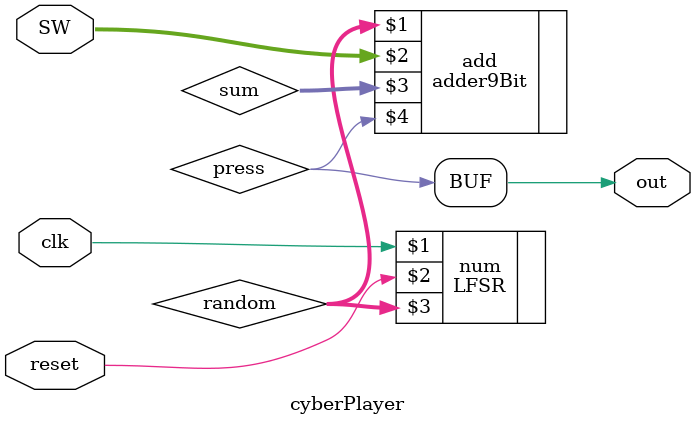
<source format=sv>
module cyberPlayer(
input logic clk, reset, 
input logic [8:0] SW,
output logic out

);

logic 	[8:0] random;
logic [8:0] sum;
logic press;

LFSR num(clk, reset, random);

adder9Bit add(random, SW, sum, press);

assign out = press;




endmodule


</source>
